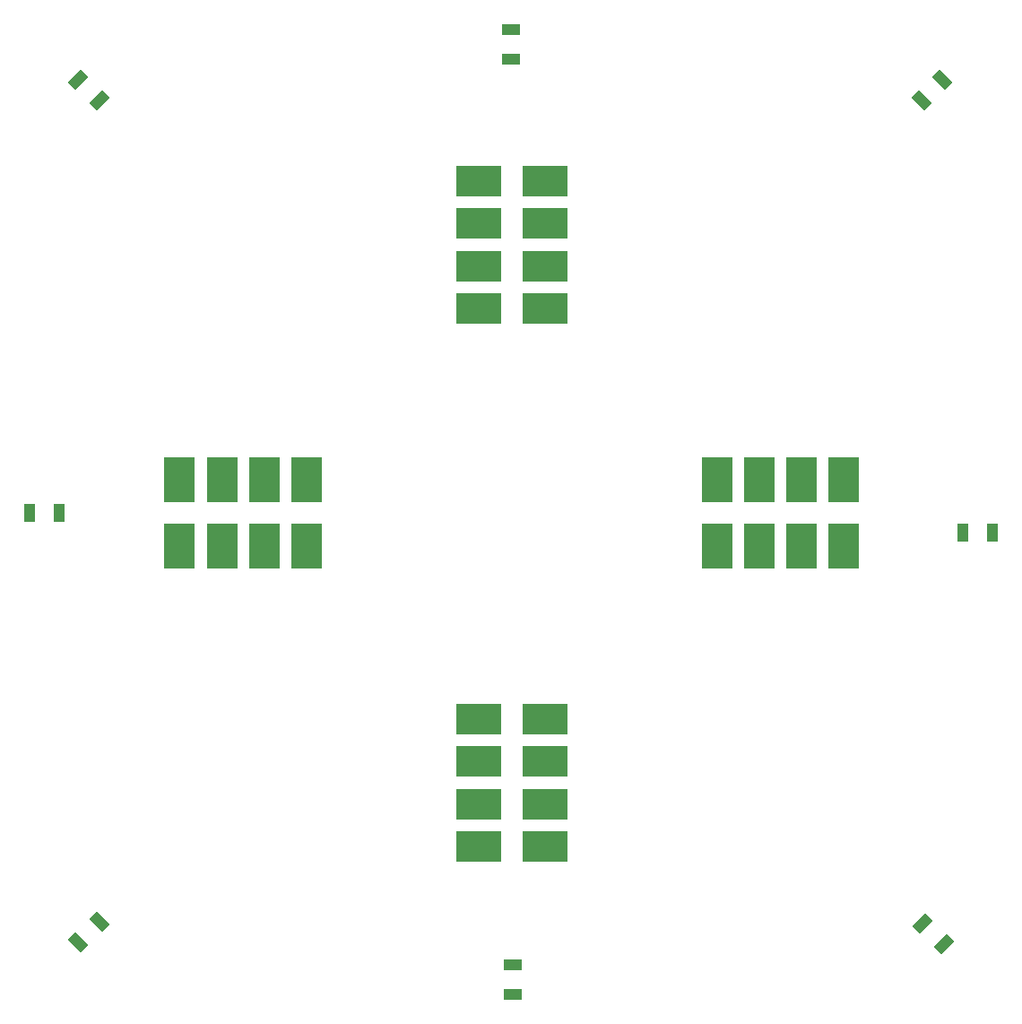
<source format=gbp>
%FSLAX25Y25*%
%MOIN*%
G70*
G01*
G75*
G04 Layer_Color=6049101*
%ADD10P,0.08352X4X333.0*%
%ADD11P,0.08352X4X261.0*%
%ADD12P,0.08352X4X189.0*%
%ADD13P,0.08352X4X117.0*%
%ADD14R,0.05906X0.05906*%
%ADD15C,0.02500*%
%ADD16C,0.10000*%
%ADD17C,0.05000*%
%ADD18C,0.12500*%
%ADD19R,0.12500X0.12500*%
%ADD20R,0.12500X0.12500*%
%ADD21C,0.16500*%
%ADD22C,0.04000*%
%ADD23R,0.17716X0.12205*%
%ADD24R,0.12205X0.17716*%
G04:AMPARAMS|DCode=25|XSize=80mil|YSize=50mil|CornerRadius=0mil|HoleSize=0mil|Usage=FLASHONLY|Rotation=45.000|XOffset=0mil|YOffset=0mil|HoleType=Round|Shape=Rectangle|*
%AMROTATEDRECTD25*
4,1,4,-0.01061,-0.04596,-0.04596,-0.01061,0.01061,0.04596,0.04596,0.01061,-0.01061,-0.04596,0.0*
%
%ADD25ROTATEDRECTD25*%

%ADD26R,0.08000X0.05000*%
G04:AMPARAMS|DCode=27|XSize=80mil|YSize=50mil|CornerRadius=0mil|HoleSize=0mil|Usage=FLASHONLY|Rotation=315.000|XOffset=0mil|YOffset=0mil|HoleType=Round|Shape=Rectangle|*
%AMROTATEDRECTD27*
4,1,4,-0.04596,0.01061,-0.01061,0.04596,0.04596,-0.01061,0.01061,-0.04596,-0.04596,0.01061,0.0*
%
%ADD27ROTATEDRECTD27*%

%ADD28R,0.05000X0.08000*%
%ADD29C,0.01000*%
%ADD30C,0.01200*%
%ADD31C,0.01500*%
%ADD32P,0.06937X4X333.0*%
%ADD33P,0.06937X4X261.0*%
%ADD34P,0.06937X4X189.0*%
%ADD35P,0.06937X4X117.0*%
%ADD36R,0.04906X0.04906*%
%ADD37R,0.16716X0.11205*%
%ADD38R,0.11205X0.16716*%
G04:AMPARAMS|DCode=39|XSize=70mil|YSize=40mil|CornerRadius=0mil|HoleSize=0mil|Usage=FLASHONLY|Rotation=45.000|XOffset=0mil|YOffset=0mil|HoleType=Round|Shape=Rectangle|*
%AMROTATEDRECTD39*
4,1,4,-0.01061,-0.03889,-0.03889,-0.01061,0.01061,0.03889,0.03889,0.01061,-0.01061,-0.03889,0.0*
%
%ADD39ROTATEDRECTD39*%

%ADD40R,0.07000X0.04000*%
G04:AMPARAMS|DCode=41|XSize=70mil|YSize=40mil|CornerRadius=0mil|HoleSize=0mil|Usage=FLASHONLY|Rotation=315.000|XOffset=0mil|YOffset=0mil|HoleType=Round|Shape=Rectangle|*
%AMROTATEDRECTD41*
4,1,4,-0.03889,0.01061,-0.01061,0.03889,0.03889,-0.01061,0.01061,-0.03889,-0.03889,0.01061,0.0*
%
%ADD41ROTATEDRECTD41*%

%ADD42R,0.04000X0.07000*%
D37*
X538500Y626504D02*
D03*
Y642252D02*
D03*
Y658000D02*
D03*
X563106Y626504D02*
D03*
Y642252D02*
D03*
Y658000D02*
D03*
X538500Y673748D02*
D03*
X563106D02*
D03*
X538500Y426504D02*
D03*
X563106D02*
D03*
X538500Y442252D02*
D03*
Y458000D02*
D03*
Y473748D02*
D03*
X563106Y442252D02*
D03*
Y458000D02*
D03*
Y473748D02*
D03*
D38*
X627004Y562606D02*
D03*
X642752D02*
D03*
X658500D02*
D03*
X627004Y538000D02*
D03*
X642752D02*
D03*
X658500D02*
D03*
X674248Y562606D02*
D03*
Y538000D02*
D03*
X427252Y562606D02*
D03*
Y538000D02*
D03*
X443000Y562606D02*
D03*
X458748D02*
D03*
X474496D02*
D03*
X443000Y538000D02*
D03*
X458748D02*
D03*
X474496D02*
D03*
D39*
X703611Y397889D02*
D03*
X711389Y390111D02*
D03*
X397389Y703611D02*
D03*
X389611Y711389D02*
D03*
D40*
X551000Y382500D02*
D03*
Y371500D02*
D03*
X550500Y719000D02*
D03*
Y730000D02*
D03*
D41*
X397389Y398389D02*
D03*
X389611Y390611D02*
D03*
X703111Y703611D02*
D03*
X710889Y711389D02*
D03*
D42*
X718500Y543000D02*
D03*
X729500D02*
D03*
X382500Y550500D02*
D03*
X371500D02*
D03*
M02*

</source>
